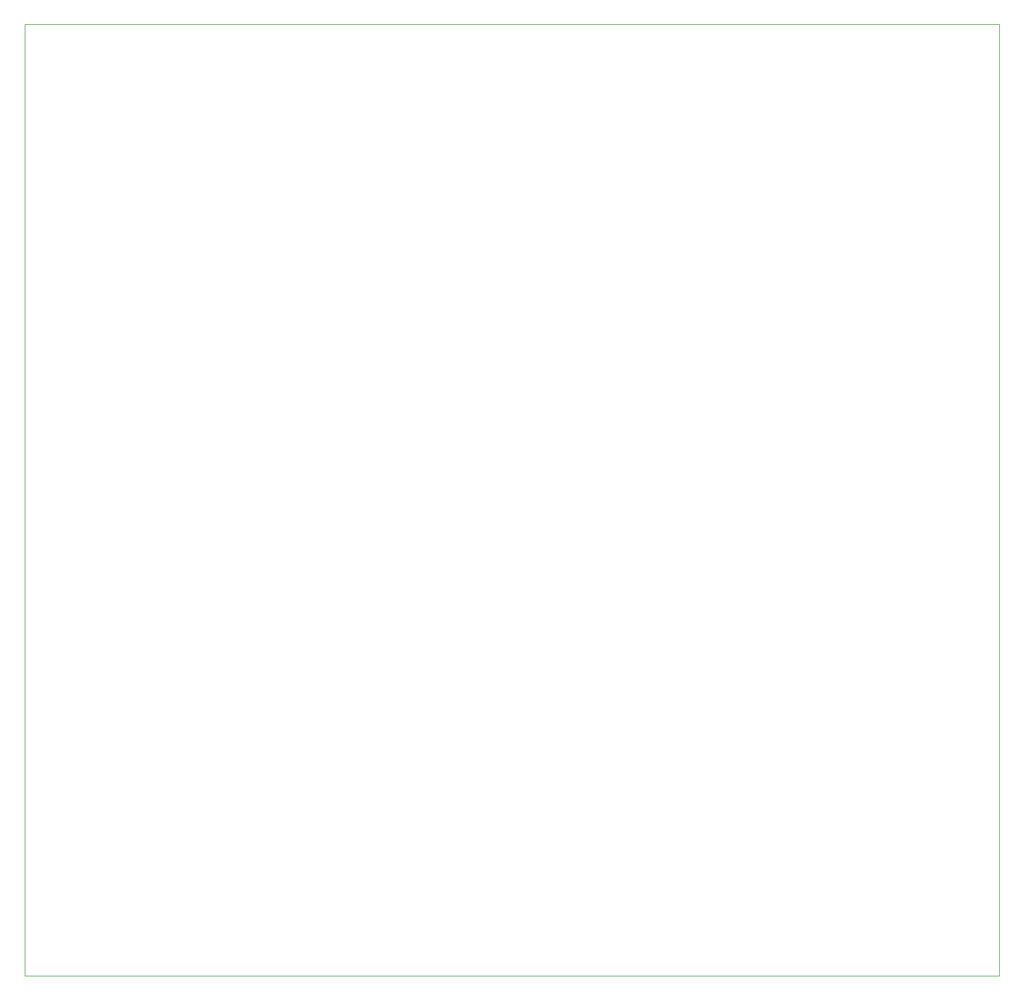
<source format=gm1>
G04*
G04 #@! TF.GenerationSoftware,Altium Limited,Altium Designer,20.1.14 (287)*
G04*
G04 Layer_Color=10066329*
%FSLAX44Y44*%
%MOMM*%
G71*
G04*
G04 #@! TF.SameCoordinates,66B91B26-6BD7-4DB9-BD5C-0B8DAFF097A8*
G04*
G04*
G04 #@! TF.FilePolarity,Positive*
G04*
G01*
G75*
%ADD13C,0.1000*%
D13*
X194000Y171000D02*
X1659000D01*
X1659000Y1603000D02*
X1659000Y171000D01*
X194000Y1603000D02*
X1659000D01*
X194000D02*
X194000Y171000D01*
M02*

</source>
